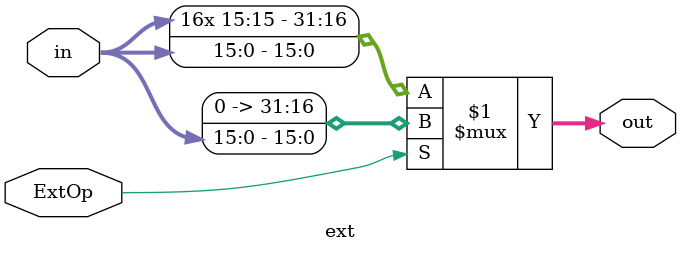
<source format=v>
`timescale 1ns / 1ps
module ext(
    input [15:0] in,
    output[31:0] out,
    input ExtOp
    );

	//always@(*) begin
	//	case(ExtOp) 
	//		1'b1: out <= {{16{1'b0}},in};
	//		1'b0: out <= {{16{in[15]}},in};
	//	endcase
	//end
	
	assign out = ExtOp ? {{16{1'b0}},in} : {{16{in[15]}},in};
endmodule

</source>
